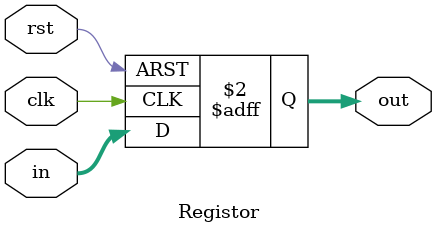
<source format=v>
module Registor(in,clk,rst,out);
    input [31:0] in;
    input clk;
    input rst;
    output reg [31:0] out;
    
    always @(posedge clk or posedge rst) begin
        if (rst) begin
            out <= 32'b0;
        end 
        else begin
            out <= in;
        end
    end
endmodule
</source>
